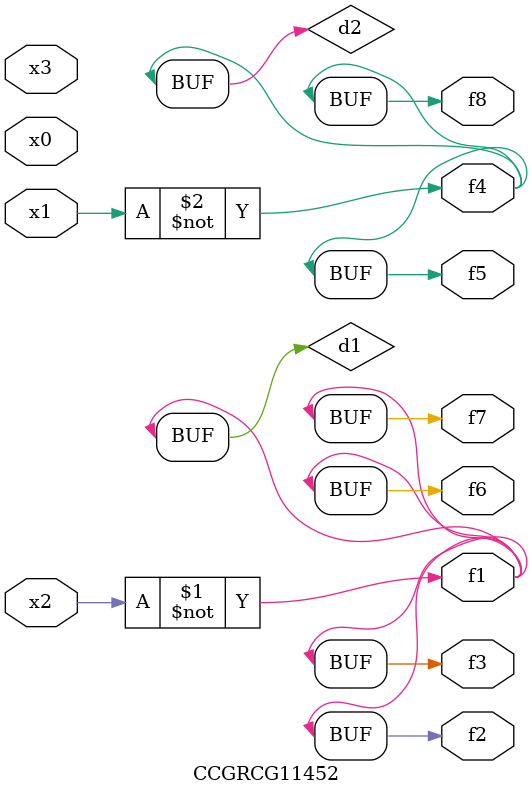
<source format=v>
module CCGRCG11452(
	input x0, x1, x2, x3,
	output f1, f2, f3, f4, f5, f6, f7, f8
);

	wire d1, d2;

	xnor (d1, x2);
	not (d2, x1);
	assign f1 = d1;
	assign f2 = d1;
	assign f3 = d1;
	assign f4 = d2;
	assign f5 = d2;
	assign f6 = d1;
	assign f7 = d1;
	assign f8 = d2;
endmodule

</source>
